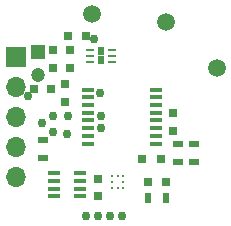
<source format=gbs>
G04 #@! TF.FileFunction,Soldermask,Bot*
%FSLAX46Y46*%
G04 Gerber Fmt 4.6, Leading zero omitted, Abs format (unit mm)*
G04 Created by KiCad (PCBNEW 4.0.6) date Mon Feb  5 06:37:18 2018*
%MOMM*%
%LPD*%
G01*
G04 APERTURE LIST*
%ADD10C,0.100000*%
%ADD11R,1.700000X1.700000*%
%ADD12O,1.700000X1.700000*%
%ADD13R,0.800000X0.750000*%
%ADD14R,0.750000X0.800000*%
%ADD15R,0.800000X0.800000*%
%ADD16R,0.900000X0.500000*%
%ADD17R,0.500000X0.900000*%
%ADD18R,1.000000X0.400000*%
%ADD19R,1.060000X0.400000*%
%ADD20R,1.200000X1.200000*%
%ADD21C,1.200000*%
%ADD22C,0.225000*%
%ADD23C,1.500000*%
%ADD24C,0.750000*%
%ADD25R,0.700000X0.250000*%
%ADD26R,0.610000X0.710000*%
G04 APERTURE END LIST*
D10*
D11*
X151000000Y-84920000D03*
D12*
X151000000Y-87460000D03*
X151000000Y-90000000D03*
X151000000Y-92540000D03*
X151000000Y-95080000D03*
D13*
X152527000Y-87630000D03*
X154027000Y-87630000D03*
D14*
X155194000Y-88761000D03*
X155194000Y-87261000D03*
X164338000Y-91186000D03*
X164338000Y-89686000D03*
X154178000Y-84352000D03*
X154178000Y-85852000D03*
X157988000Y-96750000D03*
X157988000Y-95250000D03*
D15*
X163334500Y-93599000D03*
X161734500Y-93599000D03*
X163779000Y-95504000D03*
X162179000Y-95504000D03*
D16*
X164719000Y-92341000D03*
X164719000Y-93841000D03*
X166116000Y-92341000D03*
X166116000Y-93841000D03*
D17*
X162203000Y-96901000D03*
X163703000Y-96901000D03*
D16*
X153289000Y-92000000D03*
X153289000Y-93500000D03*
D18*
X157100000Y-92275000D03*
X157100000Y-91625000D03*
X157100000Y-90975000D03*
X157100000Y-90325000D03*
X157100000Y-89675000D03*
X157100000Y-89025000D03*
X157100000Y-88375000D03*
X157100000Y-87725000D03*
X162900000Y-87725000D03*
X162900000Y-88375000D03*
X162900000Y-89025000D03*
X162900000Y-89675000D03*
X162900000Y-90325000D03*
X162900000Y-90975000D03*
X162900000Y-91625000D03*
X162900000Y-92275000D03*
D19*
X156421000Y-94778000D03*
X156421000Y-95428000D03*
X156421000Y-96088000D03*
X156421000Y-96738000D03*
X154221000Y-96738000D03*
X154221000Y-96088000D03*
X154221000Y-95428000D03*
X154221000Y-94778000D03*
D20*
X152908000Y-84500000D03*
D21*
X152908000Y-86500000D03*
D22*
X160139000Y-96004000D03*
X160139000Y-95504000D03*
X160139000Y-95004000D03*
X159639000Y-95004000D03*
X159139000Y-95004000D03*
X159139000Y-95504000D03*
X159139000Y-96004000D03*
X159639000Y-96004000D03*
D23*
X168021000Y-85852000D03*
X163750000Y-82000000D03*
X157480000Y-81280000D03*
D24*
X154178000Y-89916000D03*
X155448000Y-89916000D03*
X155384500Y-91440000D03*
X158242000Y-90932000D03*
X158242000Y-89916000D03*
X152019000Y-88265000D03*
X158115000Y-88011000D03*
X157988000Y-98425000D03*
X159004000Y-98425000D03*
X160020000Y-98425000D03*
X156972000Y-98425000D03*
D14*
X155575000Y-85852000D03*
X155575000Y-84352000D03*
D13*
X156960000Y-83185000D03*
X155460000Y-83185000D03*
D25*
X157317000Y-85336000D03*
X157317000Y-84836000D03*
X157317000Y-84336000D03*
X159167000Y-84336000D03*
X159167000Y-84836000D03*
X159167000Y-85336000D03*
D26*
X158242000Y-84481000D03*
X158242000Y-85191000D03*
D24*
X157607000Y-83439000D03*
X153250000Y-90500000D03*
X154178000Y-91313000D03*
M02*

</source>
